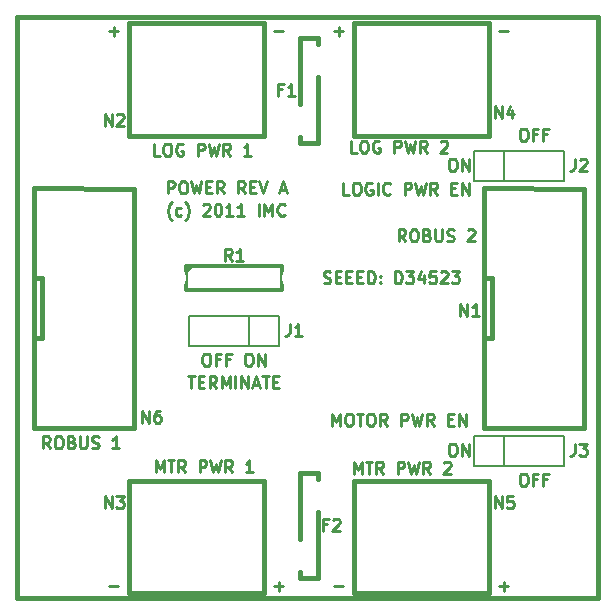
<source format=gto>
G04 (created by PCBNEW-RS274X (2011-08-24 BZR 3081)-stable) date Tue 13 Sep 2011 08:15:14 PM PDT*
G01*
G70*
G90*
%MOIN*%
G04 Gerber Fmt 3.4, Leading zero omitted, Abs format*
%FSLAX34Y34*%
G04 APERTURE LIST*
%ADD10C,0.006000*%
%ADD11C,0.010000*%
%ADD12C,0.015000*%
%ADD13C,0.012000*%
%ADD14C,0.280000*%
%ADD15C,0.080000*%
%ADD16R,0.098700X0.098700*%
%ADD17C,0.098700*%
%ADD18R,0.080000X0.080000*%
%ADD19C,0.090900*%
G04 APERTURE END LIST*
G54D10*
G54D11*
X50841Y-44062D02*
X50650Y-44062D01*
X50650Y-43662D01*
X51050Y-43662D02*
X51127Y-43662D01*
X51165Y-43681D01*
X51203Y-43719D01*
X51222Y-43795D01*
X51222Y-43929D01*
X51203Y-44005D01*
X51165Y-44043D01*
X51127Y-44062D01*
X51050Y-44062D01*
X51012Y-44043D01*
X50974Y-44005D01*
X50955Y-43929D01*
X50955Y-43795D01*
X50974Y-43719D01*
X51012Y-43681D01*
X51050Y-43662D01*
X51603Y-43681D02*
X51565Y-43662D01*
X51508Y-43662D01*
X51450Y-43681D01*
X51412Y-43719D01*
X51393Y-43757D01*
X51374Y-43833D01*
X51374Y-43890D01*
X51393Y-43967D01*
X51412Y-44005D01*
X51450Y-44043D01*
X51508Y-44062D01*
X51546Y-44062D01*
X51603Y-44043D01*
X51622Y-44024D01*
X51622Y-43890D01*
X51546Y-43890D01*
X52098Y-44062D02*
X52098Y-43662D01*
X52251Y-43662D01*
X52289Y-43681D01*
X52308Y-43700D01*
X52327Y-43738D01*
X52327Y-43795D01*
X52308Y-43833D01*
X52289Y-43852D01*
X52251Y-43871D01*
X52098Y-43871D01*
X52460Y-43662D02*
X52555Y-44062D01*
X52632Y-43776D01*
X52708Y-44062D01*
X52803Y-43662D01*
X53184Y-44062D02*
X53050Y-43871D01*
X52955Y-44062D02*
X52955Y-43662D01*
X53108Y-43662D01*
X53146Y-43681D01*
X53165Y-43700D01*
X53184Y-43738D01*
X53184Y-43795D01*
X53165Y-43833D01*
X53146Y-43852D01*
X53108Y-43871D01*
X52955Y-43871D01*
X53641Y-43700D02*
X53660Y-43681D01*
X53698Y-43662D01*
X53794Y-43662D01*
X53832Y-43681D01*
X53851Y-43700D01*
X53870Y-43738D01*
X53870Y-43776D01*
X53851Y-43833D01*
X53622Y-44062D01*
X53870Y-44062D01*
X50740Y-54762D02*
X50740Y-54362D01*
X50874Y-54648D01*
X51007Y-54362D01*
X51007Y-54762D01*
X51140Y-54362D02*
X51369Y-54362D01*
X51254Y-54762D02*
X51254Y-54362D01*
X51731Y-54762D02*
X51597Y-54571D01*
X51502Y-54762D02*
X51502Y-54362D01*
X51655Y-54362D01*
X51693Y-54381D01*
X51712Y-54400D01*
X51731Y-54438D01*
X51731Y-54495D01*
X51712Y-54533D01*
X51693Y-54552D01*
X51655Y-54571D01*
X51502Y-54571D01*
X52207Y-54762D02*
X52207Y-54362D01*
X52360Y-54362D01*
X52398Y-54381D01*
X52417Y-54400D01*
X52436Y-54438D01*
X52436Y-54495D01*
X52417Y-54533D01*
X52398Y-54552D01*
X52360Y-54571D01*
X52207Y-54571D01*
X52569Y-54362D02*
X52664Y-54762D01*
X52741Y-54476D01*
X52817Y-54762D01*
X52912Y-54362D01*
X53293Y-54762D02*
X53159Y-54571D01*
X53064Y-54762D02*
X53064Y-54362D01*
X53217Y-54362D01*
X53255Y-54381D01*
X53274Y-54400D01*
X53293Y-54438D01*
X53293Y-54495D01*
X53274Y-54533D01*
X53255Y-54552D01*
X53217Y-54571D01*
X53064Y-54571D01*
X53750Y-54400D02*
X53769Y-54381D01*
X53807Y-54362D01*
X53903Y-54362D01*
X53941Y-54381D01*
X53960Y-54400D01*
X53979Y-54438D01*
X53979Y-54476D01*
X53960Y-54533D01*
X53731Y-54762D01*
X53979Y-54762D01*
X52472Y-47012D02*
X52338Y-46821D01*
X52243Y-47012D02*
X52243Y-46612D01*
X52396Y-46612D01*
X52434Y-46631D01*
X52453Y-46650D01*
X52472Y-46688D01*
X52472Y-46745D01*
X52453Y-46783D01*
X52434Y-46802D01*
X52396Y-46821D01*
X52243Y-46821D01*
X52719Y-46612D02*
X52796Y-46612D01*
X52834Y-46631D01*
X52872Y-46669D01*
X52891Y-46745D01*
X52891Y-46879D01*
X52872Y-46955D01*
X52834Y-46993D01*
X52796Y-47012D01*
X52719Y-47012D01*
X52681Y-46993D01*
X52643Y-46955D01*
X52624Y-46879D01*
X52624Y-46745D01*
X52643Y-46669D01*
X52681Y-46631D01*
X52719Y-46612D01*
X53196Y-46802D02*
X53253Y-46821D01*
X53272Y-46840D01*
X53291Y-46879D01*
X53291Y-46936D01*
X53272Y-46974D01*
X53253Y-46993D01*
X53215Y-47012D01*
X53062Y-47012D01*
X53062Y-46612D01*
X53196Y-46612D01*
X53234Y-46631D01*
X53253Y-46650D01*
X53272Y-46688D01*
X53272Y-46726D01*
X53253Y-46764D01*
X53234Y-46783D01*
X53196Y-46802D01*
X53062Y-46802D01*
X53462Y-46612D02*
X53462Y-46936D01*
X53481Y-46974D01*
X53500Y-46993D01*
X53538Y-47012D01*
X53615Y-47012D01*
X53653Y-46993D01*
X53672Y-46974D01*
X53691Y-46936D01*
X53691Y-46612D01*
X53862Y-46993D02*
X53919Y-47012D01*
X54015Y-47012D01*
X54053Y-46993D01*
X54072Y-46974D01*
X54091Y-46936D01*
X54091Y-46898D01*
X54072Y-46860D01*
X54053Y-46840D01*
X54015Y-46821D01*
X53938Y-46802D01*
X53900Y-46783D01*
X53881Y-46764D01*
X53862Y-46726D01*
X53862Y-46688D01*
X53881Y-46650D01*
X53900Y-46631D01*
X53938Y-46612D01*
X54034Y-46612D01*
X54091Y-46631D01*
X54548Y-46650D02*
X54567Y-46631D01*
X54605Y-46612D01*
X54701Y-46612D01*
X54739Y-46631D01*
X54758Y-46650D01*
X54777Y-46688D01*
X54777Y-46726D01*
X54758Y-46783D01*
X54529Y-47012D01*
X54777Y-47012D01*
X40622Y-53912D02*
X40488Y-53721D01*
X40393Y-53912D02*
X40393Y-53512D01*
X40546Y-53512D01*
X40584Y-53531D01*
X40603Y-53550D01*
X40622Y-53588D01*
X40622Y-53645D01*
X40603Y-53683D01*
X40584Y-53702D01*
X40546Y-53721D01*
X40393Y-53721D01*
X40869Y-53512D02*
X40946Y-53512D01*
X40984Y-53531D01*
X41022Y-53569D01*
X41041Y-53645D01*
X41041Y-53779D01*
X41022Y-53855D01*
X40984Y-53893D01*
X40946Y-53912D01*
X40869Y-53912D01*
X40831Y-53893D01*
X40793Y-53855D01*
X40774Y-53779D01*
X40774Y-53645D01*
X40793Y-53569D01*
X40831Y-53531D01*
X40869Y-53512D01*
X41346Y-53702D02*
X41403Y-53721D01*
X41422Y-53740D01*
X41441Y-53779D01*
X41441Y-53836D01*
X41422Y-53874D01*
X41403Y-53893D01*
X41365Y-53912D01*
X41212Y-53912D01*
X41212Y-53512D01*
X41346Y-53512D01*
X41384Y-53531D01*
X41403Y-53550D01*
X41422Y-53588D01*
X41422Y-53626D01*
X41403Y-53664D01*
X41384Y-53683D01*
X41346Y-53702D01*
X41212Y-53702D01*
X41612Y-53512D02*
X41612Y-53836D01*
X41631Y-53874D01*
X41650Y-53893D01*
X41688Y-53912D01*
X41765Y-53912D01*
X41803Y-53893D01*
X41822Y-53874D01*
X41841Y-53836D01*
X41841Y-53512D01*
X42012Y-53893D02*
X42069Y-53912D01*
X42165Y-53912D01*
X42203Y-53893D01*
X42222Y-53874D01*
X42241Y-53836D01*
X42241Y-53798D01*
X42222Y-53760D01*
X42203Y-53740D01*
X42165Y-53721D01*
X42088Y-53702D01*
X42050Y-53683D01*
X42031Y-53664D01*
X42012Y-53626D01*
X42012Y-53588D01*
X42031Y-53550D01*
X42050Y-53531D01*
X42088Y-53512D01*
X42184Y-53512D01*
X42241Y-53531D01*
X42927Y-53912D02*
X42698Y-53912D01*
X42812Y-53912D02*
X42812Y-53512D01*
X42774Y-53569D01*
X42736Y-53607D01*
X42698Y-53626D01*
X50021Y-53162D02*
X50021Y-52762D01*
X50155Y-53048D01*
X50288Y-52762D01*
X50288Y-53162D01*
X50554Y-52762D02*
X50631Y-52762D01*
X50669Y-52781D01*
X50707Y-52819D01*
X50726Y-52895D01*
X50726Y-53029D01*
X50707Y-53105D01*
X50669Y-53143D01*
X50631Y-53162D01*
X50554Y-53162D01*
X50516Y-53143D01*
X50478Y-53105D01*
X50459Y-53029D01*
X50459Y-52895D01*
X50478Y-52819D01*
X50516Y-52781D01*
X50554Y-52762D01*
X50840Y-52762D02*
X51069Y-52762D01*
X50954Y-53162D02*
X50954Y-52762D01*
X51278Y-52762D02*
X51355Y-52762D01*
X51393Y-52781D01*
X51431Y-52819D01*
X51450Y-52895D01*
X51450Y-53029D01*
X51431Y-53105D01*
X51393Y-53143D01*
X51355Y-53162D01*
X51278Y-53162D01*
X51240Y-53143D01*
X51202Y-53105D01*
X51183Y-53029D01*
X51183Y-52895D01*
X51202Y-52819D01*
X51240Y-52781D01*
X51278Y-52762D01*
X51850Y-53162D02*
X51716Y-52971D01*
X51621Y-53162D02*
X51621Y-52762D01*
X51774Y-52762D01*
X51812Y-52781D01*
X51831Y-52800D01*
X51850Y-52838D01*
X51850Y-52895D01*
X51831Y-52933D01*
X51812Y-52952D01*
X51774Y-52971D01*
X51621Y-52971D01*
X52326Y-53162D02*
X52326Y-52762D01*
X52479Y-52762D01*
X52517Y-52781D01*
X52536Y-52800D01*
X52555Y-52838D01*
X52555Y-52895D01*
X52536Y-52933D01*
X52517Y-52952D01*
X52479Y-52971D01*
X52326Y-52971D01*
X52688Y-52762D02*
X52783Y-53162D01*
X52860Y-52876D01*
X52936Y-53162D01*
X53031Y-52762D01*
X53412Y-53162D02*
X53278Y-52971D01*
X53183Y-53162D02*
X53183Y-52762D01*
X53336Y-52762D01*
X53374Y-52781D01*
X53393Y-52800D01*
X53412Y-52838D01*
X53412Y-52895D01*
X53393Y-52933D01*
X53374Y-52952D01*
X53336Y-52971D01*
X53183Y-52971D01*
X53888Y-52952D02*
X54022Y-52952D01*
X54079Y-53162D02*
X53888Y-53162D01*
X53888Y-52762D01*
X54079Y-52762D01*
X54250Y-53162D02*
X54250Y-52762D01*
X54479Y-53162D01*
X54479Y-52762D01*
X50596Y-45462D02*
X50405Y-45462D01*
X50405Y-45062D01*
X50805Y-45062D02*
X50882Y-45062D01*
X50920Y-45081D01*
X50958Y-45119D01*
X50977Y-45195D01*
X50977Y-45329D01*
X50958Y-45405D01*
X50920Y-45443D01*
X50882Y-45462D01*
X50805Y-45462D01*
X50767Y-45443D01*
X50729Y-45405D01*
X50710Y-45329D01*
X50710Y-45195D01*
X50729Y-45119D01*
X50767Y-45081D01*
X50805Y-45062D01*
X51358Y-45081D02*
X51320Y-45062D01*
X51263Y-45062D01*
X51205Y-45081D01*
X51167Y-45119D01*
X51148Y-45157D01*
X51129Y-45233D01*
X51129Y-45290D01*
X51148Y-45367D01*
X51167Y-45405D01*
X51205Y-45443D01*
X51263Y-45462D01*
X51301Y-45462D01*
X51358Y-45443D01*
X51377Y-45424D01*
X51377Y-45290D01*
X51301Y-45290D01*
X51548Y-45462D02*
X51548Y-45062D01*
X51967Y-45424D02*
X51948Y-45443D01*
X51891Y-45462D01*
X51853Y-45462D01*
X51795Y-45443D01*
X51757Y-45405D01*
X51738Y-45367D01*
X51719Y-45290D01*
X51719Y-45233D01*
X51738Y-45157D01*
X51757Y-45119D01*
X51795Y-45081D01*
X51853Y-45062D01*
X51891Y-45062D01*
X51948Y-45081D01*
X51967Y-45100D01*
X52443Y-45462D02*
X52443Y-45062D01*
X52596Y-45062D01*
X52634Y-45081D01*
X52653Y-45100D01*
X52672Y-45138D01*
X52672Y-45195D01*
X52653Y-45233D01*
X52634Y-45252D01*
X52596Y-45271D01*
X52443Y-45271D01*
X52805Y-45062D02*
X52900Y-45462D01*
X52977Y-45176D01*
X53053Y-45462D01*
X53148Y-45062D01*
X53529Y-45462D02*
X53395Y-45271D01*
X53300Y-45462D02*
X53300Y-45062D01*
X53453Y-45062D01*
X53491Y-45081D01*
X53510Y-45100D01*
X53529Y-45138D01*
X53529Y-45195D01*
X53510Y-45233D01*
X53491Y-45252D01*
X53453Y-45271D01*
X53300Y-45271D01*
X54005Y-45252D02*
X54139Y-45252D01*
X54196Y-45462D02*
X54005Y-45462D01*
X54005Y-45062D01*
X54196Y-45062D01*
X54367Y-45462D02*
X54367Y-45062D01*
X54596Y-45462D01*
X54596Y-45062D01*
X54002Y-53762D02*
X54079Y-53762D01*
X54117Y-53781D01*
X54155Y-53819D01*
X54174Y-53895D01*
X54174Y-54029D01*
X54155Y-54105D01*
X54117Y-54143D01*
X54079Y-54162D01*
X54002Y-54162D01*
X53964Y-54143D01*
X53926Y-54105D01*
X53907Y-54029D01*
X53907Y-53895D01*
X53926Y-53819D01*
X53964Y-53781D01*
X54002Y-53762D01*
X54345Y-54162D02*
X54345Y-53762D01*
X54574Y-54162D01*
X54574Y-53762D01*
X56369Y-54762D02*
X56446Y-54762D01*
X56484Y-54781D01*
X56522Y-54819D01*
X56541Y-54895D01*
X56541Y-55029D01*
X56522Y-55105D01*
X56484Y-55143D01*
X56446Y-55162D01*
X56369Y-55162D01*
X56331Y-55143D01*
X56293Y-55105D01*
X56274Y-55029D01*
X56274Y-54895D01*
X56293Y-54819D01*
X56331Y-54781D01*
X56369Y-54762D01*
X56846Y-54952D02*
X56712Y-54952D01*
X56712Y-55162D02*
X56712Y-54762D01*
X56903Y-54762D01*
X57189Y-54952D02*
X57055Y-54952D01*
X57055Y-55162D02*
X57055Y-54762D01*
X57246Y-54762D01*
X54002Y-44262D02*
X54079Y-44262D01*
X54117Y-44281D01*
X54155Y-44319D01*
X54174Y-44395D01*
X54174Y-44529D01*
X54155Y-44605D01*
X54117Y-44643D01*
X54079Y-44662D01*
X54002Y-44662D01*
X53964Y-44643D01*
X53926Y-44605D01*
X53907Y-44529D01*
X53907Y-44395D01*
X53926Y-44319D01*
X53964Y-44281D01*
X54002Y-44262D01*
X54345Y-44662D02*
X54345Y-44262D01*
X54574Y-44662D01*
X54574Y-44262D01*
X56369Y-43262D02*
X56446Y-43262D01*
X56484Y-43281D01*
X56522Y-43319D01*
X56541Y-43395D01*
X56541Y-43529D01*
X56522Y-43605D01*
X56484Y-43643D01*
X56446Y-43662D01*
X56369Y-43662D01*
X56331Y-43643D01*
X56293Y-43605D01*
X56274Y-43529D01*
X56274Y-43395D01*
X56293Y-43319D01*
X56331Y-43281D01*
X56369Y-43262D01*
X56846Y-43452D02*
X56712Y-43452D01*
X56712Y-43662D02*
X56712Y-43262D01*
X56903Y-43262D01*
X57189Y-43452D02*
X57055Y-43452D01*
X57055Y-43662D02*
X57055Y-43262D01*
X57246Y-43262D01*
X49743Y-48393D02*
X49800Y-48412D01*
X49896Y-48412D01*
X49934Y-48393D01*
X49953Y-48374D01*
X49972Y-48336D01*
X49972Y-48298D01*
X49953Y-48260D01*
X49934Y-48240D01*
X49896Y-48221D01*
X49819Y-48202D01*
X49781Y-48183D01*
X49762Y-48164D01*
X49743Y-48126D01*
X49743Y-48088D01*
X49762Y-48050D01*
X49781Y-48031D01*
X49819Y-48012D01*
X49915Y-48012D01*
X49972Y-48031D01*
X50143Y-48202D02*
X50277Y-48202D01*
X50334Y-48412D02*
X50143Y-48412D01*
X50143Y-48012D01*
X50334Y-48012D01*
X50505Y-48202D02*
X50639Y-48202D01*
X50696Y-48412D02*
X50505Y-48412D01*
X50505Y-48012D01*
X50696Y-48012D01*
X50867Y-48202D02*
X51001Y-48202D01*
X51058Y-48412D02*
X50867Y-48412D01*
X50867Y-48012D01*
X51058Y-48012D01*
X51229Y-48412D02*
X51229Y-48012D01*
X51324Y-48012D01*
X51382Y-48031D01*
X51420Y-48069D01*
X51439Y-48107D01*
X51458Y-48183D01*
X51458Y-48240D01*
X51439Y-48317D01*
X51420Y-48355D01*
X51382Y-48393D01*
X51324Y-48412D01*
X51229Y-48412D01*
X51629Y-48374D02*
X51648Y-48393D01*
X51629Y-48412D01*
X51610Y-48393D01*
X51629Y-48374D01*
X51629Y-48412D01*
X51629Y-48164D02*
X51648Y-48183D01*
X51629Y-48202D01*
X51610Y-48183D01*
X51629Y-48164D01*
X51629Y-48202D01*
X52124Y-48412D02*
X52124Y-48012D01*
X52219Y-48012D01*
X52277Y-48031D01*
X52315Y-48069D01*
X52334Y-48107D01*
X52353Y-48183D01*
X52353Y-48240D01*
X52334Y-48317D01*
X52315Y-48355D01*
X52277Y-48393D01*
X52219Y-48412D01*
X52124Y-48412D01*
X52486Y-48012D02*
X52734Y-48012D01*
X52600Y-48164D01*
X52658Y-48164D01*
X52696Y-48183D01*
X52715Y-48202D01*
X52734Y-48240D01*
X52734Y-48336D01*
X52715Y-48374D01*
X52696Y-48393D01*
X52658Y-48412D01*
X52543Y-48412D01*
X52505Y-48393D01*
X52486Y-48374D01*
X53077Y-48145D02*
X53077Y-48412D01*
X52981Y-47993D02*
X52886Y-48279D01*
X53134Y-48279D01*
X53477Y-48012D02*
X53286Y-48012D01*
X53267Y-48202D01*
X53286Y-48183D01*
X53324Y-48164D01*
X53420Y-48164D01*
X53458Y-48183D01*
X53477Y-48202D01*
X53496Y-48240D01*
X53496Y-48336D01*
X53477Y-48374D01*
X53458Y-48393D01*
X53420Y-48412D01*
X53324Y-48412D01*
X53286Y-48393D01*
X53267Y-48374D01*
X53648Y-48050D02*
X53667Y-48031D01*
X53705Y-48012D01*
X53801Y-48012D01*
X53839Y-48031D01*
X53858Y-48050D01*
X53877Y-48088D01*
X53877Y-48126D01*
X53858Y-48183D01*
X53629Y-48412D01*
X53877Y-48412D01*
X54010Y-48012D02*
X54258Y-48012D01*
X54124Y-48164D01*
X54182Y-48164D01*
X54220Y-48183D01*
X54239Y-48202D01*
X54258Y-48240D01*
X54258Y-48336D01*
X54239Y-48374D01*
X54220Y-48393D01*
X54182Y-48412D01*
X54067Y-48412D01*
X54029Y-48393D01*
X54010Y-48374D01*
X44291Y-44162D02*
X44100Y-44162D01*
X44100Y-43762D01*
X44500Y-43762D02*
X44577Y-43762D01*
X44615Y-43781D01*
X44653Y-43819D01*
X44672Y-43895D01*
X44672Y-44029D01*
X44653Y-44105D01*
X44615Y-44143D01*
X44577Y-44162D01*
X44500Y-44162D01*
X44462Y-44143D01*
X44424Y-44105D01*
X44405Y-44029D01*
X44405Y-43895D01*
X44424Y-43819D01*
X44462Y-43781D01*
X44500Y-43762D01*
X45053Y-43781D02*
X45015Y-43762D01*
X44958Y-43762D01*
X44900Y-43781D01*
X44862Y-43819D01*
X44843Y-43857D01*
X44824Y-43933D01*
X44824Y-43990D01*
X44843Y-44067D01*
X44862Y-44105D01*
X44900Y-44143D01*
X44958Y-44162D01*
X44996Y-44162D01*
X45053Y-44143D01*
X45072Y-44124D01*
X45072Y-43990D01*
X44996Y-43990D01*
X45548Y-44162D02*
X45548Y-43762D01*
X45701Y-43762D01*
X45739Y-43781D01*
X45758Y-43800D01*
X45777Y-43838D01*
X45777Y-43895D01*
X45758Y-43933D01*
X45739Y-43952D01*
X45701Y-43971D01*
X45548Y-43971D01*
X45910Y-43762D02*
X46005Y-44162D01*
X46082Y-43876D01*
X46158Y-44162D01*
X46253Y-43762D01*
X46634Y-44162D02*
X46500Y-43971D01*
X46405Y-44162D02*
X46405Y-43762D01*
X46558Y-43762D01*
X46596Y-43781D01*
X46615Y-43800D01*
X46634Y-43838D01*
X46634Y-43895D01*
X46615Y-43933D01*
X46596Y-43952D01*
X46558Y-43971D01*
X46405Y-43971D01*
X47320Y-44162D02*
X47091Y-44162D01*
X47205Y-44162D02*
X47205Y-43762D01*
X47167Y-43819D01*
X47129Y-43857D01*
X47091Y-43876D01*
X44140Y-54712D02*
X44140Y-54312D01*
X44274Y-54598D01*
X44407Y-54312D01*
X44407Y-54712D01*
X44540Y-54312D02*
X44769Y-54312D01*
X44654Y-54712D02*
X44654Y-54312D01*
X45131Y-54712D02*
X44997Y-54521D01*
X44902Y-54712D02*
X44902Y-54312D01*
X45055Y-54312D01*
X45093Y-54331D01*
X45112Y-54350D01*
X45131Y-54388D01*
X45131Y-54445D01*
X45112Y-54483D01*
X45093Y-54502D01*
X45055Y-54521D01*
X44902Y-54521D01*
X45607Y-54712D02*
X45607Y-54312D01*
X45760Y-54312D01*
X45798Y-54331D01*
X45817Y-54350D01*
X45836Y-54388D01*
X45836Y-54445D01*
X45817Y-54483D01*
X45798Y-54502D01*
X45760Y-54521D01*
X45607Y-54521D01*
X45969Y-54312D02*
X46064Y-54712D01*
X46141Y-54426D01*
X46217Y-54712D01*
X46312Y-54312D01*
X46693Y-54712D02*
X46559Y-54521D01*
X46464Y-54712D02*
X46464Y-54312D01*
X46617Y-54312D01*
X46655Y-54331D01*
X46674Y-54350D01*
X46693Y-54388D01*
X46693Y-54445D01*
X46674Y-54483D01*
X46655Y-54502D01*
X46617Y-54521D01*
X46464Y-54521D01*
X47379Y-54712D02*
X47150Y-54712D01*
X47264Y-54712D02*
X47264Y-54312D01*
X47226Y-54369D01*
X47188Y-54407D01*
X47150Y-54426D01*
X44681Y-46314D02*
X44661Y-46295D01*
X44623Y-46238D01*
X44604Y-46200D01*
X44585Y-46143D01*
X44566Y-46048D01*
X44566Y-45971D01*
X44585Y-45876D01*
X44604Y-45819D01*
X44623Y-45781D01*
X44661Y-45724D01*
X44681Y-45705D01*
X45005Y-46143D02*
X44967Y-46162D01*
X44890Y-46162D01*
X44852Y-46143D01*
X44833Y-46124D01*
X44814Y-46086D01*
X44814Y-45971D01*
X44833Y-45933D01*
X44852Y-45914D01*
X44890Y-45895D01*
X44967Y-45895D01*
X45005Y-45914D01*
X45138Y-46314D02*
X45157Y-46295D01*
X45195Y-46238D01*
X45214Y-46200D01*
X45233Y-46143D01*
X45252Y-46048D01*
X45252Y-45971D01*
X45233Y-45876D01*
X45214Y-45819D01*
X45195Y-45781D01*
X45157Y-45724D01*
X45138Y-45705D01*
X45729Y-45800D02*
X45748Y-45781D01*
X45786Y-45762D01*
X45882Y-45762D01*
X45920Y-45781D01*
X45939Y-45800D01*
X45958Y-45838D01*
X45958Y-45876D01*
X45939Y-45933D01*
X45710Y-46162D01*
X45958Y-46162D01*
X46205Y-45762D02*
X46244Y-45762D01*
X46282Y-45781D01*
X46301Y-45800D01*
X46320Y-45838D01*
X46339Y-45914D01*
X46339Y-46010D01*
X46320Y-46086D01*
X46301Y-46124D01*
X46282Y-46143D01*
X46244Y-46162D01*
X46205Y-46162D01*
X46167Y-46143D01*
X46148Y-46124D01*
X46129Y-46086D01*
X46110Y-46010D01*
X46110Y-45914D01*
X46129Y-45838D01*
X46148Y-45800D01*
X46167Y-45781D01*
X46205Y-45762D01*
X46720Y-46162D02*
X46491Y-46162D01*
X46605Y-46162D02*
X46605Y-45762D01*
X46567Y-45819D01*
X46529Y-45857D01*
X46491Y-45876D01*
X47101Y-46162D02*
X46872Y-46162D01*
X46986Y-46162D02*
X46986Y-45762D01*
X46948Y-45819D01*
X46910Y-45857D01*
X46872Y-45876D01*
X47577Y-46162D02*
X47577Y-45762D01*
X47767Y-46162D02*
X47767Y-45762D01*
X47901Y-46048D01*
X48034Y-45762D01*
X48034Y-46162D01*
X48453Y-46124D02*
X48434Y-46143D01*
X48377Y-46162D01*
X48339Y-46162D01*
X48281Y-46143D01*
X48243Y-46105D01*
X48224Y-46067D01*
X48205Y-45990D01*
X48205Y-45933D01*
X48224Y-45857D01*
X48243Y-45819D01*
X48281Y-45781D01*
X48339Y-45762D01*
X48377Y-45762D01*
X48434Y-45781D01*
X48453Y-45800D01*
X44547Y-45412D02*
X44547Y-45012D01*
X44700Y-45012D01*
X44738Y-45031D01*
X44757Y-45050D01*
X44776Y-45088D01*
X44776Y-45145D01*
X44757Y-45183D01*
X44738Y-45202D01*
X44700Y-45221D01*
X44547Y-45221D01*
X45023Y-45012D02*
X45100Y-45012D01*
X45138Y-45031D01*
X45176Y-45069D01*
X45195Y-45145D01*
X45195Y-45279D01*
X45176Y-45355D01*
X45138Y-45393D01*
X45100Y-45412D01*
X45023Y-45412D01*
X44985Y-45393D01*
X44947Y-45355D01*
X44928Y-45279D01*
X44928Y-45145D01*
X44947Y-45069D01*
X44985Y-45031D01*
X45023Y-45012D01*
X45328Y-45012D02*
X45423Y-45412D01*
X45500Y-45126D01*
X45576Y-45412D01*
X45671Y-45012D01*
X45823Y-45202D02*
X45957Y-45202D01*
X46014Y-45412D02*
X45823Y-45412D01*
X45823Y-45012D01*
X46014Y-45012D01*
X46414Y-45412D02*
X46280Y-45221D01*
X46185Y-45412D02*
X46185Y-45012D01*
X46338Y-45012D01*
X46376Y-45031D01*
X46395Y-45050D01*
X46414Y-45088D01*
X46414Y-45145D01*
X46395Y-45183D01*
X46376Y-45202D01*
X46338Y-45221D01*
X46185Y-45221D01*
X47119Y-45412D02*
X46985Y-45221D01*
X46890Y-45412D02*
X46890Y-45012D01*
X47043Y-45012D01*
X47081Y-45031D01*
X47100Y-45050D01*
X47119Y-45088D01*
X47119Y-45145D01*
X47100Y-45183D01*
X47081Y-45202D01*
X47043Y-45221D01*
X46890Y-45221D01*
X47290Y-45202D02*
X47424Y-45202D01*
X47481Y-45412D02*
X47290Y-45412D01*
X47290Y-45012D01*
X47481Y-45012D01*
X47595Y-45012D02*
X47728Y-45412D01*
X47862Y-45012D01*
X48281Y-45298D02*
X48472Y-45298D01*
X48243Y-45412D02*
X48376Y-45012D01*
X48510Y-45412D01*
X45217Y-51512D02*
X45446Y-51512D01*
X45331Y-51912D02*
X45331Y-51512D01*
X45579Y-51702D02*
X45713Y-51702D01*
X45770Y-51912D02*
X45579Y-51912D01*
X45579Y-51512D01*
X45770Y-51512D01*
X46170Y-51912D02*
X46036Y-51721D01*
X45941Y-51912D02*
X45941Y-51512D01*
X46094Y-51512D01*
X46132Y-51531D01*
X46151Y-51550D01*
X46170Y-51588D01*
X46170Y-51645D01*
X46151Y-51683D01*
X46132Y-51702D01*
X46094Y-51721D01*
X45941Y-51721D01*
X46341Y-51912D02*
X46341Y-51512D01*
X46475Y-51798D01*
X46608Y-51512D01*
X46608Y-51912D01*
X46798Y-51912D02*
X46798Y-51512D01*
X46988Y-51912D02*
X46988Y-51512D01*
X47217Y-51912D01*
X47217Y-51512D01*
X47388Y-51798D02*
X47579Y-51798D01*
X47350Y-51912D02*
X47483Y-51512D01*
X47617Y-51912D01*
X47693Y-51512D02*
X47922Y-51512D01*
X47807Y-51912D02*
X47807Y-51512D01*
X48055Y-51702D02*
X48189Y-51702D01*
X48246Y-51912D02*
X48055Y-51912D01*
X48055Y-51512D01*
X48246Y-51512D01*
X45797Y-50762D02*
X45874Y-50762D01*
X45912Y-50781D01*
X45950Y-50819D01*
X45969Y-50895D01*
X45969Y-51029D01*
X45950Y-51105D01*
X45912Y-51143D01*
X45874Y-51162D01*
X45797Y-51162D01*
X45759Y-51143D01*
X45721Y-51105D01*
X45702Y-51029D01*
X45702Y-50895D01*
X45721Y-50819D01*
X45759Y-50781D01*
X45797Y-50762D01*
X46274Y-50952D02*
X46140Y-50952D01*
X46140Y-51162D02*
X46140Y-50762D01*
X46331Y-50762D01*
X46617Y-50952D02*
X46483Y-50952D01*
X46483Y-51162D02*
X46483Y-50762D01*
X46674Y-50762D01*
X47207Y-50762D02*
X47284Y-50762D01*
X47322Y-50781D01*
X47360Y-50819D01*
X47379Y-50895D01*
X47379Y-51029D01*
X47360Y-51105D01*
X47322Y-51143D01*
X47284Y-51162D01*
X47207Y-51162D01*
X47169Y-51143D01*
X47131Y-51105D01*
X47112Y-51029D01*
X47112Y-50895D01*
X47131Y-50819D01*
X47169Y-50781D01*
X47207Y-50762D01*
X47550Y-51162D02*
X47550Y-50762D01*
X47779Y-51162D01*
X47779Y-50762D01*
G54D12*
X39520Y-58906D02*
X39520Y-39520D01*
X58906Y-58906D02*
X39520Y-58906D01*
X58906Y-39520D02*
X58906Y-58906D01*
X39520Y-39520D02*
X58906Y-39520D01*
X39520Y-58906D02*
X39520Y-39520D01*
X58906Y-58906D02*
X39520Y-58906D01*
X58906Y-39520D02*
X58906Y-58906D01*
X39520Y-39520D02*
X58906Y-39520D01*
G54D13*
X44750Y-48250D02*
X45150Y-48250D01*
X45150Y-48250D02*
X45150Y-47850D01*
X45150Y-47850D02*
X48350Y-47850D01*
X48350Y-47850D02*
X48350Y-48650D01*
X48350Y-48650D02*
X45150Y-48650D01*
X45150Y-48650D02*
X45150Y-48250D01*
X45150Y-48050D02*
X45350Y-47850D01*
X48750Y-48250D02*
X48350Y-48250D01*
G54D12*
X50750Y-43500D02*
X50750Y-39750D01*
X50750Y-39750D02*
X55250Y-39750D01*
X55250Y-39750D02*
X55250Y-43500D01*
X55250Y-43500D02*
X50750Y-43500D01*
X43250Y-43500D02*
X43250Y-39750D01*
X43250Y-39750D02*
X47750Y-39750D01*
X47750Y-39750D02*
X47750Y-43500D01*
X47750Y-43500D02*
X43250Y-43500D01*
X55250Y-55000D02*
X55250Y-58750D01*
X55250Y-58750D02*
X50750Y-58750D01*
X50750Y-58750D02*
X50750Y-55000D01*
X50750Y-55000D02*
X55250Y-55000D01*
X47750Y-55000D02*
X47750Y-58750D01*
X47750Y-58750D02*
X43250Y-58750D01*
X43250Y-58750D02*
X43250Y-55000D01*
X43250Y-55000D02*
X47750Y-55000D01*
X55100Y-48250D02*
X55350Y-48250D01*
X55350Y-48250D02*
X55350Y-50250D01*
X55350Y-50250D02*
X55100Y-50250D01*
X58424Y-45254D02*
X58424Y-53248D01*
X58424Y-53248D02*
X55076Y-53248D01*
X55076Y-53248D02*
X55078Y-45252D01*
X55078Y-45252D02*
X58424Y-45254D01*
X40100Y-48250D02*
X40350Y-48250D01*
X40350Y-48250D02*
X40350Y-50250D01*
X40350Y-50250D02*
X40100Y-50250D01*
X43424Y-45254D02*
X43424Y-53248D01*
X43424Y-53248D02*
X40076Y-53248D01*
X40076Y-53248D02*
X40078Y-45252D01*
X40078Y-45252D02*
X43424Y-45254D01*
G54D10*
X48250Y-49500D02*
X48250Y-50500D01*
X48250Y-50500D02*
X45250Y-50500D01*
X45250Y-50500D02*
X45250Y-49500D01*
X45250Y-49500D02*
X48250Y-49500D01*
X47250Y-50500D02*
X47250Y-49500D01*
X54750Y-45000D02*
X54750Y-44000D01*
X54750Y-44000D02*
X57750Y-44000D01*
X57750Y-44000D02*
X57750Y-45000D01*
X57750Y-45000D02*
X54750Y-45000D01*
X55750Y-44000D02*
X55750Y-45000D01*
X54750Y-54500D02*
X54750Y-53500D01*
X54750Y-53500D02*
X57750Y-53500D01*
X57750Y-53500D02*
X57750Y-54500D01*
X57750Y-54500D02*
X54750Y-54500D01*
X55750Y-53500D02*
X55750Y-54500D01*
G54D12*
X49550Y-40250D02*
X49550Y-40450D01*
X48950Y-43750D02*
X48950Y-43550D01*
X49550Y-40250D02*
X48950Y-40250D01*
X48950Y-40250D02*
X48950Y-42450D01*
X48950Y-43750D02*
X49550Y-43750D01*
X49550Y-43750D02*
X49550Y-41550D01*
X48950Y-58250D02*
X48950Y-58050D01*
X49550Y-54750D02*
X49550Y-54950D01*
X48950Y-58250D02*
X49550Y-58250D01*
X49550Y-58250D02*
X49550Y-56050D01*
X49550Y-54750D02*
X48950Y-54750D01*
X48950Y-54750D02*
X48950Y-56950D01*
G54D13*
G54D11*
X46684Y-47662D02*
X46550Y-47471D01*
X46455Y-47662D02*
X46455Y-47262D01*
X46608Y-47262D01*
X46646Y-47281D01*
X46665Y-47300D01*
X46684Y-47338D01*
X46684Y-47395D01*
X46665Y-47433D01*
X46646Y-47452D01*
X46608Y-47471D01*
X46455Y-47471D01*
X47065Y-47662D02*
X46836Y-47662D01*
X46950Y-47662D02*
X46950Y-47262D01*
X46912Y-47319D01*
X46874Y-47357D01*
X46836Y-47376D01*
X55445Y-42912D02*
X55445Y-42512D01*
X55674Y-42912D01*
X55674Y-42512D01*
X56036Y-42645D02*
X56036Y-42912D01*
X55940Y-42493D02*
X55845Y-42779D01*
X56093Y-42779D01*
X50098Y-40010D02*
X50403Y-40010D01*
X50251Y-40162D02*
X50251Y-39857D01*
X55598Y-40010D02*
X55903Y-40010D01*
X42445Y-43162D02*
X42445Y-42762D01*
X42674Y-43162D01*
X42674Y-42762D01*
X42845Y-42800D02*
X42864Y-42781D01*
X42902Y-42762D01*
X42998Y-42762D01*
X43036Y-42781D01*
X43055Y-42800D01*
X43074Y-42838D01*
X43074Y-42876D01*
X43055Y-42933D01*
X42826Y-43162D01*
X43074Y-43162D01*
X42598Y-40010D02*
X42903Y-40010D01*
X42751Y-40162D02*
X42751Y-39857D01*
X48098Y-40010D02*
X48403Y-40010D01*
X55445Y-55912D02*
X55445Y-55512D01*
X55674Y-55912D01*
X55674Y-55512D01*
X56055Y-55512D02*
X55864Y-55512D01*
X55845Y-55702D01*
X55864Y-55683D01*
X55902Y-55664D01*
X55998Y-55664D01*
X56036Y-55683D01*
X56055Y-55702D01*
X56074Y-55740D01*
X56074Y-55836D01*
X56055Y-55874D01*
X56036Y-55893D01*
X55998Y-55912D01*
X55902Y-55912D01*
X55864Y-55893D01*
X55845Y-55874D01*
X55598Y-58510D02*
X55903Y-58510D01*
X55751Y-58662D02*
X55751Y-58357D01*
X50098Y-58510D02*
X50403Y-58510D01*
X42445Y-55912D02*
X42445Y-55512D01*
X42674Y-55912D01*
X42674Y-55512D01*
X42826Y-55512D02*
X43074Y-55512D01*
X42940Y-55664D01*
X42998Y-55664D01*
X43036Y-55683D01*
X43055Y-55702D01*
X43074Y-55740D01*
X43074Y-55836D01*
X43055Y-55874D01*
X43036Y-55893D01*
X42998Y-55912D01*
X42883Y-55912D01*
X42845Y-55893D01*
X42826Y-55874D01*
X48098Y-58510D02*
X48403Y-58510D01*
X48251Y-58662D02*
X48251Y-58357D01*
X42598Y-58510D02*
X42903Y-58510D01*
X54301Y-49494D02*
X54301Y-49094D01*
X54530Y-49494D01*
X54530Y-49094D01*
X54930Y-49494D02*
X54701Y-49494D01*
X54815Y-49494D02*
X54815Y-49094D01*
X54777Y-49151D01*
X54739Y-49189D01*
X54701Y-49208D01*
X43695Y-53062D02*
X43695Y-52662D01*
X43924Y-53062D01*
X43924Y-52662D01*
X44286Y-52662D02*
X44209Y-52662D01*
X44171Y-52681D01*
X44152Y-52700D01*
X44114Y-52757D01*
X44095Y-52833D01*
X44095Y-52986D01*
X44114Y-53024D01*
X44133Y-53043D01*
X44171Y-53062D01*
X44248Y-53062D01*
X44286Y-53043D01*
X44305Y-53024D01*
X44324Y-52986D01*
X44324Y-52890D01*
X44305Y-52852D01*
X44286Y-52833D01*
X44248Y-52814D01*
X44171Y-52814D01*
X44133Y-52833D01*
X44114Y-52852D01*
X44095Y-52890D01*
X48617Y-49762D02*
X48617Y-50048D01*
X48597Y-50105D01*
X48559Y-50143D01*
X48502Y-50162D01*
X48464Y-50162D01*
X49017Y-50162D02*
X48788Y-50162D01*
X48902Y-50162D02*
X48902Y-49762D01*
X48864Y-49819D01*
X48826Y-49857D01*
X48788Y-49876D01*
X58117Y-44262D02*
X58117Y-44548D01*
X58097Y-44605D01*
X58059Y-44643D01*
X58002Y-44662D01*
X57964Y-44662D01*
X58288Y-44300D02*
X58307Y-44281D01*
X58345Y-44262D01*
X58441Y-44262D01*
X58479Y-44281D01*
X58498Y-44300D01*
X58517Y-44338D01*
X58517Y-44376D01*
X58498Y-44433D01*
X58269Y-44662D01*
X58517Y-44662D01*
X58117Y-53762D02*
X58117Y-54048D01*
X58097Y-54105D01*
X58059Y-54143D01*
X58002Y-54162D01*
X57964Y-54162D01*
X58269Y-53762D02*
X58517Y-53762D01*
X58383Y-53914D01*
X58441Y-53914D01*
X58479Y-53933D01*
X58498Y-53952D01*
X58517Y-53990D01*
X58517Y-54086D01*
X58498Y-54124D01*
X58479Y-54143D01*
X58441Y-54162D01*
X58326Y-54162D01*
X58288Y-54143D01*
X58269Y-54124D01*
X48367Y-41952D02*
X48233Y-41952D01*
X48233Y-42162D02*
X48233Y-41762D01*
X48424Y-41762D01*
X48786Y-42162D02*
X48557Y-42162D01*
X48671Y-42162D02*
X48671Y-41762D01*
X48633Y-41819D01*
X48595Y-41857D01*
X48557Y-41876D01*
X49867Y-56452D02*
X49733Y-56452D01*
X49733Y-56662D02*
X49733Y-56262D01*
X49924Y-56262D01*
X50057Y-56300D02*
X50076Y-56281D01*
X50114Y-56262D01*
X50210Y-56262D01*
X50248Y-56281D01*
X50267Y-56300D01*
X50286Y-56338D01*
X50286Y-56376D01*
X50267Y-56433D01*
X50038Y-56662D01*
X50286Y-56662D01*
%LPC*%
G54D14*
X41088Y-41088D03*
X57352Y-41088D03*
X41088Y-57338D03*
X57352Y-57352D03*
G54D15*
X44750Y-48250D03*
X48750Y-48250D03*
G54D16*
X54000Y-41500D03*
G54D17*
X52000Y-41500D03*
G54D16*
X46500Y-41500D03*
G54D17*
X44500Y-41500D03*
G54D16*
X52000Y-57000D03*
G54D17*
X54000Y-57000D03*
G54D16*
X44500Y-57000D03*
G54D17*
X46500Y-57000D03*
G54D18*
X56250Y-47250D03*
G54D15*
X57250Y-47250D03*
X56250Y-48250D03*
X57250Y-48250D03*
X56250Y-49250D03*
X57250Y-49250D03*
X56250Y-50250D03*
X57250Y-50250D03*
X56250Y-51250D03*
X57250Y-51250D03*
G54D18*
X41250Y-47250D03*
G54D15*
X42250Y-47250D03*
X41250Y-48250D03*
X42250Y-48250D03*
X41250Y-49250D03*
X42250Y-49250D03*
X41250Y-50250D03*
X42250Y-50250D03*
X41250Y-51250D03*
X42250Y-51250D03*
G54D18*
X47750Y-50000D03*
G54D15*
X46750Y-50000D03*
X45750Y-50000D03*
G54D18*
X55250Y-44500D03*
G54D15*
X56250Y-44500D03*
X57250Y-44500D03*
G54D18*
X55250Y-54000D03*
G54D15*
X56250Y-54000D03*
X57250Y-54000D03*
G54D19*
X49526Y-40996D03*
X48974Y-43004D03*
X48974Y-57504D03*
X49526Y-55496D03*
M02*

</source>
